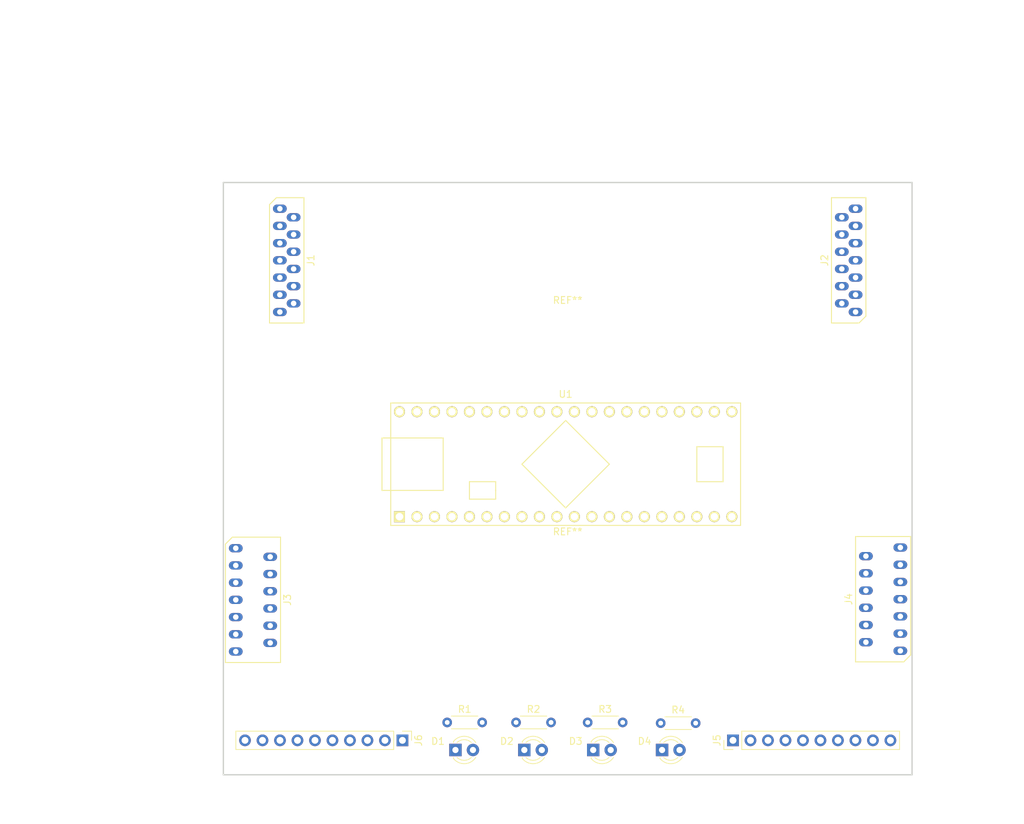
<source format=kicad_pcb>
(kicad_pcb (version 20171130) (host pcbnew "(5.0.2)-1")

  (general
    (thickness 1.6)
    (drawings 15)
    (tracks 0)
    (zones 0)
    (modules 17)
    (nets 61)
  )

  (page A4)
  (layers
    (0 F.Cu signal)
    (31 B.Cu signal)
    (32 B.Adhes user)
    (33 F.Adhes user)
    (34 B.Paste user)
    (35 F.Paste user)
    (36 B.SilkS user)
    (37 F.SilkS user)
    (38 B.Mask user)
    (39 F.Mask user)
    (40 Dwgs.User user)
    (41 Cmts.User user)
    (42 Eco1.User user)
    (43 Eco2.User user)
    (44 Edge.Cuts user)
    (45 Margin user)
    (46 B.CrtYd user)
    (47 F.CrtYd user)
    (48 B.Fab user)
    (49 F.Fab user)
  )

  (setup
    (last_trace_width 0.25)
    (trace_clearance 0.2)
    (zone_clearance 0.508)
    (zone_45_only no)
    (trace_min 0.2)
    (segment_width 0.2)
    (edge_width 0.2)
    (via_size 0.8)
    (via_drill 0.4)
    (via_min_size 0.4)
    (via_min_drill 0.3)
    (uvia_size 0.3)
    (uvia_drill 0.1)
    (uvias_allowed no)
    (uvia_min_size 0.2)
    (uvia_min_drill 0.1)
    (pcb_text_width 0.3)
    (pcb_text_size 1.5 1.5)
    (mod_edge_width 0.15)
    (mod_text_size 1 1)
    (mod_text_width 0.15)
    (pad_size 1.524 1.524)
    (pad_drill 0.762)
    (pad_to_mask_clearance 0.2)
    (solder_mask_min_width 0.25)
    (aux_axis_origin 0 0)
    (visible_elements 7FFFF7FF)
    (pcbplotparams
      (layerselection 0x010fc_ffffffff)
      (usegerberextensions false)
      (usegerberattributes false)
      (usegerberadvancedattributes false)
      (creategerberjobfile false)
      (excludeedgelayer true)
      (linewidth 0.100000)
      (plotframeref false)
      (viasonmask false)
      (mode 1)
      (useauxorigin false)
      (hpglpennumber 1)
      (hpglpenspeed 20)
      (hpglpendiameter 15.000000)
      (psnegative false)
      (psa4output false)
      (plotreference true)
      (plotvalue true)
      (plotinvisibletext false)
      (padsonsilk false)
      (subtractmaskfromsilk false)
      (outputformat 1)
      (mirror false)
      (drillshape 1)
      (scaleselection 1)
      (outputdirectory ""))
  )

  (net 0 "")
  (net 1 "Net-(D1-Pad1)")
  (net 2 +5V)
  (net 3 "Net-(D2-Pad1)")
  (net 4 "Net-(D3-Pad1)")
  (net 5 "Net-(D4-Pad1)")
  (net 6 /PC5)
  (net 7 /PC6)
  (net 8 /PB5)
  (net 9 /PC4)
  (net 10 /PB3)
  (net 11 /PB4)
  (net 12 "Net-(J1-Pad2)")
  (net 13 "Net-(J1-Pad1)")
  (net 14 /PB0)
  (net 15 /PB2)
  (net 16 /PB1)
  (net 17 "Net-(J2-Pad9)")
  (net 18 "Net-(J2-Pad12)")
  (net 19 "Net-(J2-Pad13)")
  (net 20 /PC2)
  (net 21 /PC1)
  (net 22 "Net-(J3-Pad11)")
  (net 23 /PC3)
  (net 24 "Net-(J3-Pad5)")
  (net 25 /PD7)
  (net 26 /PC0)
  (net 27 /PD6)
  (net 28 /PD5)
  (net 29 /PD4)
  (net 30 /PD3)
  (net 31 "Net-(J4-Pad5)")
  (net 32 /PD2)
  (net 33 /PD1)
  (net 34 /PD0)
  (net 35 "Net-(J4-Pad10)")
  (net 36 "Net-(J5-Pad10)")
  (net 37 "Net-(J5-Pad9)")
  (net 38 /PB6)
  (net 39 "Net-(J5-Pad2)")
  (net 40 "Net-(J5-Pad1)")
  (net 41 "Net-(J6-Pad6)")
  (net 42 "Net-(J6-Pad7)")
  (net 43 "Net-(J6-Pad9)")
  (net 44 "Net-(J6-Pad10)")
  (net 45 /PF3)
  (net 46 /PF2)
  (net 47 /PF1)
  (net 48 /PF0)
  (net 49 /PE0)
  (net 50 /PB7)
  (net 51 GND)
  (net 52 /PE1)
  (net 53 /PC7)
  (net 54 /PF7)
  (net 55 /PF6)
  (net 56 /PF5)
  (net 57 /PF4)
  (net 58 "Net-(U1-Pad32)")
  (net 59 /PE6)
  (net 60 /PE7)

  (net_class Default "This is the default net class."
    (clearance 0.2)
    (trace_width 0.25)
    (via_dia 0.8)
    (via_drill 0.4)
    (uvia_dia 0.3)
    (uvia_drill 0.1)
    (add_net +5V)
    (add_net /PB0)
    (add_net /PB1)
    (add_net /PB2)
    (add_net /PB3)
    (add_net /PB4)
    (add_net /PB5)
    (add_net /PB6)
    (add_net /PB7)
    (add_net /PC0)
    (add_net /PC1)
    (add_net /PC2)
    (add_net /PC3)
    (add_net /PC4)
    (add_net /PC5)
    (add_net /PC6)
    (add_net /PC7)
    (add_net /PD0)
    (add_net /PD1)
    (add_net /PD2)
    (add_net /PD3)
    (add_net /PD4)
    (add_net /PD5)
    (add_net /PD6)
    (add_net /PD7)
    (add_net /PE0)
    (add_net /PE1)
    (add_net /PE6)
    (add_net /PE7)
    (add_net /PF0)
    (add_net /PF1)
    (add_net /PF2)
    (add_net /PF3)
    (add_net /PF4)
    (add_net /PF5)
    (add_net /PF6)
    (add_net /PF7)
    (add_net GND)
    (add_net "Net-(D1-Pad1)")
    (add_net "Net-(D2-Pad1)")
    (add_net "Net-(D3-Pad1)")
    (add_net "Net-(D4-Pad1)")
    (add_net "Net-(J1-Pad1)")
    (add_net "Net-(J1-Pad2)")
    (add_net "Net-(J2-Pad12)")
    (add_net "Net-(J2-Pad13)")
    (add_net "Net-(J2-Pad9)")
    (add_net "Net-(J3-Pad11)")
    (add_net "Net-(J3-Pad5)")
    (add_net "Net-(J4-Pad10)")
    (add_net "Net-(J4-Pad5)")
    (add_net "Net-(J5-Pad1)")
    (add_net "Net-(J5-Pad10)")
    (add_net "Net-(J5-Pad2)")
    (add_net "Net-(J5-Pad9)")
    (add_net "Net-(J6-Pad10)")
    (add_net "Net-(J6-Pad6)")
    (add_net "Net-(J6-Pad7)")
    (add_net "Net-(J6-Pad9)")
    (add_net "Net-(U1-Pad32)")
  )

  (module kinesisMod_board_connectors:Molex_0039532135 (layer F.Cu) (tedit 0) (tstamp 5C7188EC)
    (at 109.2 61.3 270)
    (path /5C6B2F98)
    (fp_text reference J1 (at 0 -3.5 270) (layer F.SilkS)
      (effects (font (size 1 1) (thickness 0.15)))
    )
    (fp_text value Conn_01x13 (at 0 3.5 270) (layer F.Fab)
      (effects (font (size 1 1) (thickness 0.15)))
    )
    (fp_line (start -8.7 2.6) (end -8.7 -2.6) (layer F.CrtYd) (width 0.05))
    (fp_line (start 8.7 2.6) (end -8.7 2.6) (layer F.CrtYd) (width 0.05))
    (fp_line (start 8.7 -2.6) (end 8.7 2.6) (layer F.CrtYd) (width 0.05))
    (fp_line (start -8.7 -2.6) (end 8.7 -2.6) (layer F.CrtYd) (width 0.05))
    (fp_line (start 9.1 2.5) (end -8.1 2.5) (layer F.SilkS) (width 0.15))
    (fp_line (start 9.1 -2.5) (end 9.1 2.5) (layer F.SilkS) (width 0.15))
    (fp_line (start -9.1 -2.5) (end 9.1 -2.5) (layer F.SilkS) (width 0.15))
    (fp_line (start -9.1 1.5) (end -9.1 -2.5) (layer F.SilkS) (width 0.15))
    (fp_line (start -8.1 2.5) (end -9.1 1.5) (layer F.SilkS) (width 0.15))
    (pad 13 thru_hole oval (at 7.5 1 270) (size 1.2 2) (drill 0.8) (layers *.Cu *.Mask)
      (net 6 /PC5))
    (pad 12 thru_hole oval (at 6.25 -1 270) (size 1.2 2) (drill 0.8) (layers *.Cu *.Mask)
      (net 7 /PC6))
    (pad 11 thru_hole oval (at 5 1 270) (size 1.2 2) (drill 0.8) (layers *.Cu *.Mask)
      (net 8 /PB5))
    (pad 10 thru_hole oval (at 3.75 -1 270) (size 1.2 2) (drill 0.8) (layers *.Cu *.Mask)
      (net 8 /PB5))
    (pad 9 thru_hole oval (at 2.5 1 270) (size 1.2 2) (drill 0.8) (layers *.Cu *.Mask)
      (net 9 /PC4))
    (pad 8 thru_hole oval (at 1.25 -1 270) (size 1.2 2) (drill 0.8) (layers *.Cu *.Mask)
      (net 10 /PB3))
    (pad 7 thru_hole oval (at 0 1 270) (size 1.2 2) (drill 0.8) (layers *.Cu *.Mask)
      (net 7 /PC6))
    (pad 6 thru_hole oval (at -1.25 -1 270) (size 1.2 2) (drill 0.8) (layers *.Cu *.Mask)
      (net 6 /PC5))
    (pad 5 thru_hole oval (at -2.5 1 270) (size 1.2 2) (drill 0.8) (layers *.Cu *.Mask)
      (net 11 /PB4))
    (pad 4 thru_hole oval (at -3.75 -1 270) (size 1.2 2) (drill 0.8) (layers *.Cu *.Mask)
      (net 7 /PC6))
    (pad 3 thru_hole oval (at -5 1 270) (size 1.2 2) (drill 0.8) (layers *.Cu *.Mask)
      (net 6 /PC5))
    (pad 2 thru_hole oval (at -6.25 -1 270) (size 1.2 2) (drill 0.8) (layers *.Cu *.Mask)
      (net 12 "Net-(J1-Pad2)"))
    (pad 1 thru_hole oval (at -7.5 1 270) (size 1.2 2) (drill 0.8) (layers *.Cu *.Mask)
      (net 13 "Net-(J1-Pad1)"))
  )

  (module kinesisMod_board_connectors:Molex_0039532135 (layer F.Cu) (tedit 0) (tstamp 5C718906)
    (at 190.8 61.3 90)
    (path /5C6B2F6E)
    (fp_text reference J2 (at 0 -3.5 90) (layer F.SilkS)
      (effects (font (size 1 1) (thickness 0.15)))
    )
    (fp_text value Conn_01x13 (at 0 3.5 90) (layer F.Fab)
      (effects (font (size 1 1) (thickness 0.15)))
    )
    (fp_line (start -8.1 2.5) (end -9.1 1.5) (layer F.SilkS) (width 0.15))
    (fp_line (start -9.1 1.5) (end -9.1 -2.5) (layer F.SilkS) (width 0.15))
    (fp_line (start -9.1 -2.5) (end 9.1 -2.5) (layer F.SilkS) (width 0.15))
    (fp_line (start 9.1 -2.5) (end 9.1 2.5) (layer F.SilkS) (width 0.15))
    (fp_line (start 9.1 2.5) (end -8.1 2.5) (layer F.SilkS) (width 0.15))
    (fp_line (start -8.7 -2.6) (end 8.7 -2.6) (layer F.CrtYd) (width 0.05))
    (fp_line (start 8.7 -2.6) (end 8.7 2.6) (layer F.CrtYd) (width 0.05))
    (fp_line (start 8.7 2.6) (end -8.7 2.6) (layer F.CrtYd) (width 0.05))
    (fp_line (start -8.7 2.6) (end -8.7 -2.6) (layer F.CrtYd) (width 0.05))
    (pad 1 thru_hole oval (at -7.5 1 90) (size 1.2 2) (drill 0.8) (layers *.Cu *.Mask)
      (net 14 /PB0))
    (pad 2 thru_hole oval (at -6.25 -1 90) (size 1.2 2) (drill 0.8) (layers *.Cu *.Mask)
      (net 9 /PC4))
    (pad 3 thru_hole oval (at -5 1 90) (size 1.2 2) (drill 0.8) (layers *.Cu *.Mask)
      (net 6 /PC5))
    (pad 4 thru_hole oval (at -3.75 -1 90) (size 1.2 2) (drill 0.8) (layers *.Cu *.Mask)
      (net 7 /PC6))
    (pad 5 thru_hole oval (at -2.5 1 90) (size 1.2 2) (drill 0.8) (layers *.Cu *.Mask)
      (net 15 /PB2))
    (pad 6 thru_hole oval (at -1.25 -1 90) (size 1.2 2) (drill 0.8) (layers *.Cu *.Mask)
      (net 6 /PC5))
    (pad 7 thru_hole oval (at 0 1 90) (size 1.2 2) (drill 0.8) (layers *.Cu *.Mask)
      (net 7 /PC6))
    (pad 8 thru_hole oval (at 1.25 -1 90) (size 1.2 2) (drill 0.8) (layers *.Cu *.Mask)
      (net 16 /PB1))
    (pad 9 thru_hole oval (at 2.5 1 90) (size 1.2 2) (drill 0.8) (layers *.Cu *.Mask)
      (net 17 "Net-(J2-Pad9)"))
    (pad 10 thru_hole oval (at 3.75 -1 90) (size 1.2 2) (drill 0.8) (layers *.Cu *.Mask)
      (net 6 /PC5))
    (pad 11 thru_hole oval (at 5 1 90) (size 1.2 2) (drill 0.8) (layers *.Cu *.Mask)
      (net 7 /PC6))
    (pad 12 thru_hole oval (at 6.25 -1 90) (size 1.2 2) (drill 0.8) (layers *.Cu *.Mask)
      (net 18 "Net-(J2-Pad12)"))
    (pad 13 thru_hole oval (at 7.5 1 90) (size 1.2 2) (drill 0.8) (layers *.Cu *.Mask)
      (net 19 "Net-(J2-Pad13)"))
  )

  (module kinesisMod_board_connectors:Molex_039532134 (layer F.Cu) (tedit 0) (tstamp 5C718920)
    (at 104.3 110.6 270)
    (path /5C6B2DF8)
    (fp_text reference J3 (at 0 -5 270) (layer F.SilkS)
      (effects (font (size 1 1) (thickness 0.15)))
    )
    (fp_text value Conn_01x13 (at 0 5 270) (layer F.Fab)
      (effects (font (size 1 1) (thickness 0.15)))
    )
    (fp_line (start -8.7 4.1) (end -8.7 -4.1) (layer F.CrtYd) (width 0.05))
    (fp_line (start 8.7 4.1) (end -8.7 4.1) (layer F.CrtYd) (width 0.05))
    (fp_line (start 8.7 -4.1) (end 8.7 4.1) (layer F.CrtYd) (width 0.05))
    (fp_line (start -8.7 -4.1) (end 8.7 -4.1) (layer F.CrtYd) (width 0.05))
    (fp_line (start 9.1 4) (end -8.1 4) (layer F.SilkS) (width 0.15))
    (fp_line (start 9.1 -4) (end 9.1 4) (layer F.SilkS) (width 0.15))
    (fp_line (start -9.1 -4) (end 9.1 -4) (layer F.SilkS) (width 0.15))
    (fp_line (start -9.1 3) (end -9.1 -4) (layer F.SilkS) (width 0.15))
    (fp_line (start -8.1 4) (end -9.1 3) (layer F.SilkS) (width 0.15))
    (pad 13 thru_hole oval (at 7.5 2.5 270) (size 1.2 2) (drill 0.8) (layers *.Cu *.Mask)
      (net 20 /PC2))
    (pad 12 thru_hole oval (at 6.25 -2.5 270) (size 1.2 2) (drill 0.8) (layers *.Cu *.Mask)
      (net 21 /PC1))
    (pad 11 thru_hole oval (at 5 2.5 270) (size 1.2 2) (drill 0.8) (layers *.Cu *.Mask)
      (net 22 "Net-(J3-Pad11)"))
    (pad 10 thru_hole oval (at 3.75 -2.5 270) (size 1.2 2) (drill 0.8) (layers *.Cu *.Mask)
      (net 14 /PB0))
    (pad 9 thru_hole oval (at 2.5 2.5 270) (size 1.2 2) (drill 0.8) (layers *.Cu *.Mask)
      (net 16 /PB1))
    (pad 8 thru_hole oval (at 1.25 -2.5 270) (size 1.2 2) (drill 0.8) (layers *.Cu *.Mask)
      (net 15 /PB2))
    (pad 7 thru_hole oval (at 0 2.5 270) (size 1.2 2) (drill 0.8) (layers *.Cu *.Mask)
      (net 10 /PB3))
    (pad 6 thru_hole oval (at -1.25 -2.5 270) (size 1.2 2) (drill 0.8) (layers *.Cu *.Mask)
      (net 23 /PC3))
    (pad 5 thru_hole oval (at -2.5 2.5 270) (size 1.2 2) (drill 0.8) (layers *.Cu *.Mask)
      (net 24 "Net-(J3-Pad5)"))
    (pad 4 thru_hole oval (at -3.75 -2.5 270) (size 1.2 2) (drill 0.8) (layers *.Cu *.Mask)
      (net 11 /PB4))
    (pad 3 thru_hole oval (at -5 2.5 270) (size 1.2 2) (drill 0.8) (layers *.Cu *.Mask)
      (net 25 /PD7))
    (pad 2 thru_hole oval (at -6.25 -2.5 270) (size 1.2 2) (drill 0.8) (layers *.Cu *.Mask)
      (net 26 /PC0))
    (pad 1 thru_hole oval (at -7.5 2.5 270) (size 1.2 2) (drill 0.8) (layers *.Cu *.Mask)
      (net 27 /PD6))
  )

  (module kinesisMod_board_connectors:Molex_039532134 (layer F.Cu) (tedit 0) (tstamp 5C71893A)
    (at 195.8 110.5 90)
    (path /5C6B2D21)
    (fp_text reference J4 (at 0 -5 90) (layer F.SilkS)
      (effects (font (size 1 1) (thickness 0.15)))
    )
    (fp_text value Conn_01x13 (at 0 5 90) (layer F.Fab)
      (effects (font (size 1 1) (thickness 0.15)))
    )
    (fp_line (start -8.1 4) (end -9.1 3) (layer F.SilkS) (width 0.15))
    (fp_line (start -9.1 3) (end -9.1 -4) (layer F.SilkS) (width 0.15))
    (fp_line (start -9.1 -4) (end 9.1 -4) (layer F.SilkS) (width 0.15))
    (fp_line (start 9.1 -4) (end 9.1 4) (layer F.SilkS) (width 0.15))
    (fp_line (start 9.1 4) (end -8.1 4) (layer F.SilkS) (width 0.15))
    (fp_line (start -8.7 -4.1) (end 8.7 -4.1) (layer F.CrtYd) (width 0.05))
    (fp_line (start 8.7 -4.1) (end 8.7 4.1) (layer F.CrtYd) (width 0.05))
    (fp_line (start 8.7 4.1) (end -8.7 4.1) (layer F.CrtYd) (width 0.05))
    (fp_line (start -8.7 4.1) (end -8.7 -4.1) (layer F.CrtYd) (width 0.05))
    (pad 1 thru_hole oval (at -7.5 2.5 90) (size 1.2 2) (drill 0.8) (layers *.Cu *.Mask)
      (net 14 /PB0))
    (pad 2 thru_hole oval (at -6.25 -2.5 90) (size 1.2 2) (drill 0.8) (layers *.Cu *.Mask)
      (net 28 /PD5))
    (pad 3 thru_hole oval (at -5 2.5 90) (size 1.2 2) (drill 0.8) (layers *.Cu *.Mask)
      (net 29 /PD4))
    (pad 4 thru_hole oval (at -3.75 -2.5 90) (size 1.2 2) (drill 0.8) (layers *.Cu *.Mask)
      (net 30 /PD3))
    (pad 5 thru_hole oval (at -2.5 2.5 90) (size 1.2 2) (drill 0.8) (layers *.Cu *.Mask)
      (net 31 "Net-(J4-Pad5)"))
    (pad 6 thru_hole oval (at -1.25 -2.5 90) (size 1.2 2) (drill 0.8) (layers *.Cu *.Mask)
      (net 32 /PD2))
    (pad 7 thru_hole oval (at 0 2.5 90) (size 1.2 2) (drill 0.8) (layers *.Cu *.Mask)
      (net 33 /PD1))
    (pad 8 thru_hole oval (at 1.25 -2.5 90) (size 1.2 2) (drill 0.8) (layers *.Cu *.Mask)
      (net 34 /PD0))
    (pad 9 thru_hole oval (at 2.5 2.5 90) (size 1.2 2) (drill 0.8) (layers *.Cu *.Mask)
      (net 16 /PB1))
    (pad 10 thru_hole oval (at 3.75 -2.5 90) (size 1.2 2) (drill 0.8) (layers *.Cu *.Mask)
      (net 35 "Net-(J4-Pad10)"))
    (pad 11 thru_hole oval (at 5 2.5 90) (size 1.2 2) (drill 0.8) (layers *.Cu *.Mask)
      (net 15 /PB2))
    (pad 12 thru_hole oval (at 6.25 -2.5 90) (size 1.2 2) (drill 0.8) (layers *.Cu *.Mask)
      (net 10 /PB3))
    (pad 13 thru_hole oval (at 7.5 2.5 90) (size 1.2 2) (drill 0.8) (layers *.Cu *.Mask)
      (net 11 /PB4))
  )

  (module Pin_Headers:Pin_Header_Straight_1x10_Pitch2.54mm (layer F.Cu) (tedit 58CD4EC1) (tstamp 5C718957)
    (at 174 131 90)
    (descr "Through hole straight pin header, 1x10, 2.54mm pitch, single row")
    (tags "Through hole pin header THT 1x10 2.54mm single row")
    (path /5C6B2F28)
    (fp_text reference J5 (at 0 -2.33 90) (layer F.SilkS)
      (effects (font (size 1 1) (thickness 0.15)))
    )
    (fp_text value Conn_01x10 (at 0 25.19 90) (layer F.Fab)
      (effects (font (size 1 1) (thickness 0.15)))
    )
    (fp_text user %R (at 0 -2.33 90) (layer F.Fab)
      (effects (font (size 1 1) (thickness 0.15)))
    )
    (fp_line (start 1.8 -1.8) (end -1.8 -1.8) (layer F.CrtYd) (width 0.05))
    (fp_line (start 1.8 24.65) (end 1.8 -1.8) (layer F.CrtYd) (width 0.05))
    (fp_line (start -1.8 24.65) (end 1.8 24.65) (layer F.CrtYd) (width 0.05))
    (fp_line (start -1.8 -1.8) (end -1.8 24.65) (layer F.CrtYd) (width 0.05))
    (fp_line (start -1.33 -1.33) (end 0 -1.33) (layer F.SilkS) (width 0.12))
    (fp_line (start -1.33 0) (end -1.33 -1.33) (layer F.SilkS) (width 0.12))
    (fp_line (start 1.33 1.27) (end -1.33 1.27) (layer F.SilkS) (width 0.12))
    (fp_line (start 1.33 24.19) (end 1.33 1.27) (layer F.SilkS) (width 0.12))
    (fp_line (start -1.33 24.19) (end 1.33 24.19) (layer F.SilkS) (width 0.12))
    (fp_line (start -1.33 1.27) (end -1.33 24.19) (layer F.SilkS) (width 0.12))
    (fp_line (start 1.27 -1.27) (end -1.27 -1.27) (layer F.Fab) (width 0.1))
    (fp_line (start 1.27 24.13) (end 1.27 -1.27) (layer F.Fab) (width 0.1))
    (fp_line (start -1.27 24.13) (end 1.27 24.13) (layer F.Fab) (width 0.1))
    (fp_line (start -1.27 -1.27) (end -1.27 24.13) (layer F.Fab) (width 0.1))
    (pad 10 thru_hole oval (at 0 22.86 90) (size 1.7 1.7) (drill 1) (layers *.Cu *.Mask)
      (net 36 "Net-(J5-Pad10)"))
    (pad 9 thru_hole oval (at 0 20.32 90) (size 1.7 1.7) (drill 1) (layers *.Cu *.Mask)
      (net 37 "Net-(J5-Pad9)"))
    (pad 8 thru_hole oval (at 0 17.78 90) (size 1.7 1.7) (drill 1) (layers *.Cu *.Mask)
      (net 8 /PB5))
    (pad 7 thru_hole oval (at 0 15.24 90) (size 1.7 1.7) (drill 1) (layers *.Cu *.Mask)
      (net 38 /PB6))
    (pad 6 thru_hole oval (at 0 12.7 90) (size 1.7 1.7) (drill 1) (layers *.Cu *.Mask)
      (net 21 /PC1))
    (pad 5 thru_hole oval (at 0 10.16 90) (size 1.7 1.7) (drill 1) (layers *.Cu *.Mask)
      (net 26 /PC0))
    (pad 4 thru_hole oval (at 0 7.62 90) (size 1.7 1.7) (drill 1) (layers *.Cu *.Mask)
      (net 25 /PD7))
    (pad 3 thru_hole oval (at 0 5.08 90) (size 1.7 1.7) (drill 1) (layers *.Cu *.Mask)
      (net 27 /PD6))
    (pad 2 thru_hole oval (at 0 2.54 90) (size 1.7 1.7) (drill 1) (layers *.Cu *.Mask)
      (net 39 "Net-(J5-Pad2)"))
    (pad 1 thru_hole rect (at 0 0 90) (size 1.7 1.7) (drill 1) (layers *.Cu *.Mask)
      (net 40 "Net-(J5-Pad1)"))
    (model ${KISYS3DMOD}/Pin_Headers.3dshapes/Pin_Header_Straight_1x10_Pitch2.54mm.wrl
      (offset (xyz 0 -11.42999982833862 0))
      (scale (xyz 1 1 1))
      (rotate (xyz 0 0 90))
    )
  )

  (module Pin_Headers:Pin_Header_Straight_1x10_Pitch2.54mm (layer F.Cu) (tedit 58CD4EC1) (tstamp 5C718974)
    (at 126 131 270)
    (descr "Through hole straight pin header, 1x10, 2.54mm pitch, single row")
    (tags "Through hole pin header THT 1x10 2.54mm single row")
    (path /5C6B2ED2)
    (fp_text reference J6 (at 0 -2.33 270) (layer F.SilkS)
      (effects (font (size 1 1) (thickness 0.15)))
    )
    (fp_text value Conn_01x10 (at 0 25.19 270) (layer F.Fab)
      (effects (font (size 1 1) (thickness 0.15)))
    )
    (fp_line (start -1.27 -1.27) (end -1.27 24.13) (layer F.Fab) (width 0.1))
    (fp_line (start -1.27 24.13) (end 1.27 24.13) (layer F.Fab) (width 0.1))
    (fp_line (start 1.27 24.13) (end 1.27 -1.27) (layer F.Fab) (width 0.1))
    (fp_line (start 1.27 -1.27) (end -1.27 -1.27) (layer F.Fab) (width 0.1))
    (fp_line (start -1.33 1.27) (end -1.33 24.19) (layer F.SilkS) (width 0.12))
    (fp_line (start -1.33 24.19) (end 1.33 24.19) (layer F.SilkS) (width 0.12))
    (fp_line (start 1.33 24.19) (end 1.33 1.27) (layer F.SilkS) (width 0.12))
    (fp_line (start 1.33 1.27) (end -1.33 1.27) (layer F.SilkS) (width 0.12))
    (fp_line (start -1.33 0) (end -1.33 -1.33) (layer F.SilkS) (width 0.12))
    (fp_line (start -1.33 -1.33) (end 0 -1.33) (layer F.SilkS) (width 0.12))
    (fp_line (start -1.8 -1.8) (end -1.8 24.65) (layer F.CrtYd) (width 0.05))
    (fp_line (start -1.8 24.65) (end 1.8 24.65) (layer F.CrtYd) (width 0.05))
    (fp_line (start 1.8 24.65) (end 1.8 -1.8) (layer F.CrtYd) (width 0.05))
    (fp_line (start 1.8 -1.8) (end -1.8 -1.8) (layer F.CrtYd) (width 0.05))
    (fp_text user %R (at 0 -2.33 270) (layer F.Fab)
      (effects (font (size 1 1) (thickness 0.15)))
    )
    (pad 1 thru_hole rect (at 0 0 270) (size 1.7 1.7) (drill 1) (layers *.Cu *.Mask)
      (net 29 /PD4))
    (pad 2 thru_hole oval (at 0 2.54 270) (size 1.7 1.7) (drill 1) (layers *.Cu *.Mask)
      (net 32 /PD2))
    (pad 3 thru_hole oval (at 0 5.08 270) (size 1.7 1.7) (drill 1) (layers *.Cu *.Mask)
      (net 28 /PD5))
    (pad 4 thru_hole oval (at 0 7.62 270) (size 1.7 1.7) (drill 1) (layers *.Cu *.Mask)
      (net 38 /PB6))
    (pad 5 thru_hole oval (at 0 10.16 270) (size 1.7 1.7) (drill 1) (layers *.Cu *.Mask)
      (net 8 /PB5))
    (pad 6 thru_hole oval (at 0 12.7 270) (size 1.7 1.7) (drill 1) (layers *.Cu *.Mask)
      (net 41 "Net-(J6-Pad6)"))
    (pad 7 thru_hole oval (at 0 15.24 270) (size 1.7 1.7) (drill 1) (layers *.Cu *.Mask)
      (net 42 "Net-(J6-Pad7)"))
    (pad 8 thru_hole oval (at 0 17.78 270) (size 1.7 1.7) (drill 1) (layers *.Cu *.Mask)
      (net 30 /PD3))
    (pad 9 thru_hole oval (at 0 20.32 270) (size 1.7 1.7) (drill 1) (layers *.Cu *.Mask)
      (net 43 "Net-(J6-Pad9)"))
    (pad 10 thru_hole oval (at 0 22.86 270) (size 1.7 1.7) (drill 1) (layers *.Cu *.Mask)
      (net 44 "Net-(J6-Pad10)"))
    (model ${KISYS3DMOD}/Pin_Headers.3dshapes/Pin_Header_Straight_1x10_Pitch2.54mm.wrl
      (offset (xyz 0 -11.42999982833862 0))
      (scale (xyz 1 1 1))
      (rotate (xyz 0 0 90))
    )
  )

  (module teensy:Teensy++_2_0_40p (layer F.Cu) (tedit 5C6B1367) (tstamp 5C7189F9)
    (at 149.7 90.9)
    (descr 20)
    (path /5C6B5EC7)
    (fp_text reference U1 (at 0 -10.16) (layer F.SilkS)
      (effects (font (size 1 1) (thickness 0.15)))
    )
    (fp_text value Teensy++_2_0 (at 0 10.16) (layer F.Fab)
      (effects (font (size 1 1) (thickness 0.15)))
    )
    (fp_line (start -17.78 3.81) (end -17.78 -3.81) (layer F.SilkS) (width 0.15))
    (fp_line (start -26.67 -3.81) (end -26.67 3.81) (layer F.SilkS) (width 0.15))
    (fp_line (start -17.78 -3.81) (end -26.67 -3.81) (layer F.SilkS) (width 0.15))
    (fp_line (start -17.78 3.81) (end -26.67 3.81) (layer F.SilkS) (width 0.15))
    (fp_line (start -13.97 5.08) (end -10.16 5.08) (layer F.SilkS) (width 0.15))
    (fp_line (start -10.16 5.08) (end -10.16 3.81) (layer F.SilkS) (width 0.15))
    (fp_line (start -10.16 3.81) (end -10.16 2.54) (layer F.SilkS) (width 0.15))
    (fp_line (start -10.16 2.54) (end -13.97 2.54) (layer F.SilkS) (width 0.15))
    (fp_line (start -13.97 2.54) (end -13.97 5.08) (layer F.SilkS) (width 0.15))
    (fp_line (start 22.86 2.54) (end 19.05 2.54) (layer F.SilkS) (width 0.15))
    (fp_line (start 19.05 2.54) (end 19.05 -2.54) (layer F.SilkS) (width 0.15))
    (fp_line (start 19.05 -2.54) (end 22.86 -2.54) (layer F.SilkS) (width 0.15))
    (fp_line (start 22.86 -2.54) (end 22.86 2.54) (layer F.SilkS) (width 0.15))
    (fp_line (start 0 6.35) (end -6.35 0) (layer F.SilkS) (width 0.15))
    (fp_line (start -6.35 0) (end 0 -6.35) (layer F.SilkS) (width 0.15))
    (fp_line (start 0 -6.35) (end 6.35 0) (layer F.SilkS) (width 0.15))
    (fp_line (start 6.35 0) (end 0 6.35) (layer F.SilkS) (width 0.15))
    (fp_line (start -25.4 -8.89) (end 25.4 -8.89) (layer F.SilkS) (width 0.15))
    (fp_line (start 25.4 -8.89) (end 25.4 8.89) (layer F.SilkS) (width 0.15))
    (fp_line (start 25.4 8.89) (end -25.4 8.89) (layer F.SilkS) (width 0.15))
    (fp_line (start -25.4 8.89) (end -25.4 -8.89) (layer F.SilkS) (width 0.15))
    (pad 9 thru_hole circle (at -3.81 7.62) (size 1.6 1.6) (drill 1.1) (layers *.Cu *.Mask F.SilkS)
      (net 27 /PD6))
    (pad 10 thru_hole circle (at -1.27 7.62) (size 1.6 1.6) (drill 1.1) (layers *.Cu *.Mask F.SilkS)
      (net 25 /PD7))
    (pad 11 thru_hole circle (at 1.27 7.62) (size 1.6 1.6) (drill 1.1) (layers *.Cu *.Mask F.SilkS)
      (net 49 /PE0))
    (pad 8 thru_hole circle (at -6.35 7.62) (size 1.6 1.6) (drill 1.1) (layers *.Cu *.Mask F.SilkS)
      (net 28 /PD5))
    (pad 7 thru_hole circle (at -8.89 7.62) (size 1.6 1.6) (drill 1.1) (layers *.Cu *.Mask F.SilkS)
      (net 29 /PD4))
    (pad 6 thru_hole circle (at -11.43 7.62) (size 1.6 1.6) (drill 1.1) (layers *.Cu *.Mask F.SilkS)
      (net 30 /PD3))
    (pad 5 thru_hole circle (at -13.97 7.62) (size 1.6 1.6) (drill 1.1) (layers *.Cu *.Mask F.SilkS)
      (net 32 /PD2))
    (pad 4 thru_hole circle (at -16.51 7.62) (size 1.6 1.6) (drill 1.1) (layers *.Cu *.Mask F.SilkS)
      (net 33 /PD1))
    (pad 3 thru_hole circle (at -19.05 7.62) (size 1.6 1.6) (drill 1.1) (layers *.Cu *.Mask F.SilkS)
      (net 34 /PD0))
    (pad 2 thru_hole circle (at -21.59 7.62) (size 1.6 1.6) (drill 1.1) (layers *.Cu *.Mask F.SilkS)
      (net 50 /PB7))
    (pad 1 thru_hole rect (at -24.13 7.62) (size 1.6 1.6) (drill 1.1) (layers *.Cu *.Mask F.SilkS)
      (net 51 GND))
    (pad 12 thru_hole circle (at 3.81 7.62) (size 1.6 1.6) (drill 1.1) (layers *.Cu *.Mask F.SilkS)
      (net 52 /PE1))
    (pad 13 thru_hole circle (at 6.35 7.62) (size 1.6 1.6) (drill 1.1) (layers *.Cu *.Mask F.SilkS)
      (net 26 /PC0))
    (pad 14 thru_hole circle (at 8.89 7.62) (size 1.6 1.6) (drill 1.1) (layers *.Cu *.Mask F.SilkS)
      (net 21 /PC1))
    (pad 15 thru_hole circle (at 11.43 7.62) (size 1.6 1.6) (drill 1.1) (layers *.Cu *.Mask F.SilkS)
      (net 20 /PC2))
    (pad 16 thru_hole circle (at 13.97 7.62) (size 1.6 1.6) (drill 1.1) (layers *.Cu *.Mask F.SilkS)
      (net 23 /PC3))
    (pad 17 thru_hole circle (at 16.51 7.62) (size 1.6 1.6) (drill 1.1) (layers *.Cu *.Mask F.SilkS)
      (net 9 /PC4))
    (pad 18 thru_hole circle (at 19.05 7.62) (size 1.6 1.6) (drill 1.1) (layers *.Cu *.Mask F.SilkS)
      (net 6 /PC5))
    (pad 19 thru_hole circle (at 21.59 7.62) (size 1.6 1.6) (drill 1.1) (layers *.Cu *.Mask F.SilkS)
      (net 7 /PC6))
    (pad 20 thru_hole circle (at 24.13 7.62) (size 1.6 1.6) (drill 1.1) (layers *.Cu *.Mask F.SilkS)
      (net 53 /PC7))
    (pad 40 thru_hole circle (at 24.13 -7.62) (size 1.6 1.6) (drill 1.1) (layers *.Cu *.Mask F.SilkS)
      (net 54 /PF7))
    (pad 39 thru_hole circle (at 21.59 -7.62) (size 1.6 1.6) (drill 1.1) (layers *.Cu *.Mask F.SilkS)
      (net 55 /PF6))
    (pad 38 thru_hole circle (at 19.05 -7.62) (size 1.6 1.6) (drill 1.1) (layers *.Cu *.Mask F.SilkS)
      (net 56 /PF5))
    (pad 37 thru_hole circle (at 16.51 -7.62) (size 1.6 1.6) (drill 1.1) (layers *.Cu *.Mask F.SilkS)
      (net 57 /PF4))
    (pad 36 thru_hole circle (at 13.97 -7.62) (size 1.6 1.6) (drill 1.1) (layers *.Cu *.Mask F.SilkS)
      (net 45 /PF3))
    (pad 35 thru_hole circle (at 11.43 -7.62) (size 1.6 1.6) (drill 1.1) (layers *.Cu *.Mask F.SilkS)
      (net 46 /PF2))
    (pad 34 thru_hole circle (at 8.89 -7.62) (size 1.6 1.6) (drill 1.1) (layers *.Cu *.Mask F.SilkS)
      (net 47 /PF1))
    (pad 33 thru_hole circle (at 6.35 -7.62) (size 1.6 1.6) (drill 1.1) (layers *.Cu *.Mask F.SilkS)
      (net 48 /PF0))
    (pad 32 thru_hole circle (at 3.81 -7.62) (size 1.6 1.6) (drill 1.1) (layers *.Cu *.Mask F.SilkS)
      (net 58 "Net-(U1-Pad32)"))
    (pad 31 thru_hole circle (at 1.27 -7.62) (size 1.6 1.6) (drill 1.1) (layers *.Cu *.Mask F.SilkS)
      (net 51 GND))
    (pad 30 thru_hole circle (at -1.27 -7.62) (size 1.6 1.6) (drill 1.1) (layers *.Cu *.Mask F.SilkS)
      (net 59 /PE6))
    (pad 29 thru_hole circle (at -3.81 -7.62) (size 1.6 1.6) (drill 1.1) (layers *.Cu *.Mask F.SilkS)
      (net 60 /PE7))
    (pad 28 thru_hole circle (at -6.35 -7.62) (size 1.6 1.6) (drill 1.1) (layers *.Cu *.Mask F.SilkS)
      (net 14 /PB0))
    (pad 27 thru_hole circle (at -8.89 -7.62) (size 1.6 1.6) (drill 1.1) (layers *.Cu *.Mask F.SilkS)
      (net 16 /PB1))
    (pad 26 thru_hole circle (at -11.43 -7.62) (size 1.6 1.6) (drill 1.1) (layers *.Cu *.Mask F.SilkS)
      (net 15 /PB2))
    (pad 25 thru_hole circle (at -13.97 -7.62) (size 1.6 1.6) (drill 1.1) (layers *.Cu *.Mask F.SilkS)
      (net 10 /PB3))
    (pad 24 thru_hole circle (at -16.51 -7.62) (size 1.6 1.6) (drill 1.1) (layers *.Cu *.Mask F.SilkS)
      (net 11 /PB4))
    (pad 23 thru_hole circle (at -19.05 -7.62) (size 1.6 1.6) (drill 1.1) (layers *.Cu *.Mask F.SilkS)
      (net 8 /PB5))
    (pad 22 thru_hole circle (at -21.59 -7.62) (size 1.6 1.6) (drill 1.1) (layers *.Cu *.Mask F.SilkS)
      (net 38 /PB6))
    (pad 21 thru_hole circle (at -24.13 -7.62) (size 1.6 1.6) (drill 1.1) (layers *.Cu *.Mask F.SilkS)
      (net 2 +5V))
  )

  (module LED_THT:LED_D3.0mm (layer F.Cu) (tedit 587A3A7B) (tstamp 5C785324)
    (at 133.7 132.4)
    (descr "LED, diameter 3.0mm, 2 pins")
    (tags "LED diameter 3.0mm 2 pins")
    (path /5C6B6471)
    (fp_text reference D1 (at -2.54 -1.27) (layer F.SilkS)
      (effects (font (size 1 1) (thickness 0.15)))
    )
    (fp_text value LED_ALT (at 1.27 2.96) (layer F.Fab)
      (effects (font (size 1 1) (thickness 0.15)))
    )
    (fp_arc (start 1.27 0) (end -0.23 -1.16619) (angle 284.3) (layer F.Fab) (width 0.1))
    (fp_arc (start 1.27 0) (end -0.29 -1.235516) (angle 108.8) (layer F.SilkS) (width 0.12))
    (fp_arc (start 1.27 0) (end -0.29 1.235516) (angle -108.8) (layer F.SilkS) (width 0.12))
    (fp_arc (start 1.27 0) (end 0.229039 -1.08) (angle 87.9) (layer F.SilkS) (width 0.12))
    (fp_arc (start 1.27 0) (end 0.229039 1.08) (angle -87.9) (layer F.SilkS) (width 0.12))
    (fp_circle (center 1.27 0) (end 2.77 0) (layer F.Fab) (width 0.1))
    (fp_line (start -0.23 -1.16619) (end -0.23 1.16619) (layer F.Fab) (width 0.1))
    (fp_line (start -0.29 -1.236) (end -0.29 -1.08) (layer F.SilkS) (width 0.12))
    (fp_line (start -0.29 1.08) (end -0.29 1.236) (layer F.SilkS) (width 0.12))
    (fp_line (start -1.15 -2.25) (end -1.15 2.25) (layer F.CrtYd) (width 0.05))
    (fp_line (start -1.15 2.25) (end 3.7 2.25) (layer F.CrtYd) (width 0.05))
    (fp_line (start 3.7 2.25) (end 3.7 -2.25) (layer F.CrtYd) (width 0.05))
    (fp_line (start 3.7 -2.25) (end -1.15 -2.25) (layer F.CrtYd) (width 0.05))
    (pad 1 thru_hole rect (at 0 0) (size 1.8 1.8) (drill 0.9) (layers *.Cu *.Mask)
      (net 1 "Net-(D1-Pad1)"))
    (pad 2 thru_hole circle (at 2.54 0) (size 1.8 1.8) (drill 0.9) (layers *.Cu *.Mask)
      (net 2 +5V))
    (model ${KISYS3DMOD}/LED_THT.3dshapes/LED_D3.0mm.wrl
      (at (xyz 0 0 0))
      (scale (xyz 1 1 1))
      (rotate (xyz 0 0 0))
    )
  )

  (module LED_THT:LED_D3.0mm (layer F.Cu) (tedit 587A3A7B) (tstamp 5C785337)
    (at 143.7 132.4)
    (descr "LED, diameter 3.0mm, 2 pins")
    (tags "LED diameter 3.0mm 2 pins")
    (path /5C6B6520)
    (fp_text reference D2 (at -2.54 -1.27) (layer F.SilkS)
      (effects (font (size 1 1) (thickness 0.15)))
    )
    (fp_text value LED_ALT (at 1.27 2.96) (layer F.Fab)
      (effects (font (size 1 1) (thickness 0.15)))
    )
    (fp_line (start 3.7 -2.25) (end -1.15 -2.25) (layer F.CrtYd) (width 0.05))
    (fp_line (start 3.7 2.25) (end 3.7 -2.25) (layer F.CrtYd) (width 0.05))
    (fp_line (start -1.15 2.25) (end 3.7 2.25) (layer F.CrtYd) (width 0.05))
    (fp_line (start -1.15 -2.25) (end -1.15 2.25) (layer F.CrtYd) (width 0.05))
    (fp_line (start -0.29 1.08) (end -0.29 1.236) (layer F.SilkS) (width 0.12))
    (fp_line (start -0.29 -1.236) (end -0.29 -1.08) (layer F.SilkS) (width 0.12))
    (fp_line (start -0.23 -1.16619) (end -0.23 1.16619) (layer F.Fab) (width 0.1))
    (fp_circle (center 1.27 0) (end 2.77 0) (layer F.Fab) (width 0.1))
    (fp_arc (start 1.27 0) (end 0.229039 1.08) (angle -87.9) (layer F.SilkS) (width 0.12))
    (fp_arc (start 1.27 0) (end 0.229039 -1.08) (angle 87.9) (layer F.SilkS) (width 0.12))
    (fp_arc (start 1.27 0) (end -0.29 1.235516) (angle -108.8) (layer F.SilkS) (width 0.12))
    (fp_arc (start 1.27 0) (end -0.29 -1.235516) (angle 108.8) (layer F.SilkS) (width 0.12))
    (fp_arc (start 1.27 0) (end -0.23 -1.16619) (angle 284.3) (layer F.Fab) (width 0.1))
    (pad 2 thru_hole circle (at 2.54 0) (size 1.8 1.8) (drill 0.9) (layers *.Cu *.Mask)
      (net 2 +5V))
    (pad 1 thru_hole rect (at 0 0) (size 1.8 1.8) (drill 0.9) (layers *.Cu *.Mask)
      (net 3 "Net-(D2-Pad1)"))
    (model ${KISYS3DMOD}/LED_THT.3dshapes/LED_D3.0mm.wrl
      (at (xyz 0 0 0))
      (scale (xyz 1 1 1))
      (rotate (xyz 0 0 0))
    )
  )

  (module LED_THT:LED_D3.0mm (layer F.Cu) (tedit 587A3A7B) (tstamp 5C78534A)
    (at 153.7 132.4)
    (descr "LED, diameter 3.0mm, 2 pins")
    (tags "LED diameter 3.0mm 2 pins")
    (path /5C6B6550)
    (fp_text reference D3 (at -2.54 -1.27) (layer F.SilkS)
      (effects (font (size 1 1) (thickness 0.15)))
    )
    (fp_text value LED_ALT (at 1.27 2.96) (layer F.Fab)
      (effects (font (size 1 1) (thickness 0.15)))
    )
    (fp_arc (start 1.27 0) (end -0.23 -1.16619) (angle 284.3) (layer F.Fab) (width 0.1))
    (fp_arc (start 1.27 0) (end -0.29 -1.235516) (angle 108.8) (layer F.SilkS) (width 0.12))
    (fp_arc (start 1.27 0) (end -0.29 1.235516) (angle -108.8) (layer F.SilkS) (width 0.12))
    (fp_arc (start 1.27 0) (end 0.229039 -1.08) (angle 87.9) (layer F.SilkS) (width 0.12))
    (fp_arc (start 1.27 0) (end 0.229039 1.08) (angle -87.9) (layer F.SilkS) (width 0.12))
    (fp_circle (center 1.27 0) (end 2.77 0) (layer F.Fab) (width 0.1))
    (fp_line (start -0.23 -1.16619) (end -0.23 1.16619) (layer F.Fab) (width 0.1))
    (fp_line (start -0.29 -1.236) (end -0.29 -1.08) (layer F.SilkS) (width 0.12))
    (fp_line (start -0.29 1.08) (end -0.29 1.236) (layer F.SilkS) (width 0.12))
    (fp_line (start -1.15 -2.25) (end -1.15 2.25) (layer F.CrtYd) (width 0.05))
    (fp_line (start -1.15 2.25) (end 3.7 2.25) (layer F.CrtYd) (width 0.05))
    (fp_line (start 3.7 2.25) (end 3.7 -2.25) (layer F.CrtYd) (width 0.05))
    (fp_line (start 3.7 -2.25) (end -1.15 -2.25) (layer F.CrtYd) (width 0.05))
    (pad 1 thru_hole rect (at 0 0) (size 1.8 1.8) (drill 0.9) (layers *.Cu *.Mask)
      (net 4 "Net-(D3-Pad1)"))
    (pad 2 thru_hole circle (at 2.54 0) (size 1.8 1.8) (drill 0.9) (layers *.Cu *.Mask)
      (net 2 +5V))
    (model ${KISYS3DMOD}/LED_THT.3dshapes/LED_D3.0mm.wrl
      (at (xyz 0 0 0))
      (scale (xyz 1 1 1))
      (rotate (xyz 0 0 0))
    )
  )

  (module LED_THT:LED_D3.0mm (layer F.Cu) (tedit 587A3A7B) (tstamp 5C78535D)
    (at 163.7 132.4)
    (descr "LED, diameter 3.0mm, 2 pins")
    (tags "LED diameter 3.0mm 2 pins")
    (path /5C6B6584)
    (fp_text reference D4 (at -2.54 -1.27) (layer F.SilkS)
      (effects (font (size 1 1) (thickness 0.15)))
    )
    (fp_text value LED_ALT (at 1.27 2.96) (layer F.Fab)
      (effects (font (size 1 1) (thickness 0.15)))
    )
    (fp_line (start 3.7 -2.25) (end -1.15 -2.25) (layer F.CrtYd) (width 0.05))
    (fp_line (start 3.7 2.25) (end 3.7 -2.25) (layer F.CrtYd) (width 0.05))
    (fp_line (start -1.15 2.25) (end 3.7 2.25) (layer F.CrtYd) (width 0.05))
    (fp_line (start -1.15 -2.25) (end -1.15 2.25) (layer F.CrtYd) (width 0.05))
    (fp_line (start -0.29 1.08) (end -0.29 1.236) (layer F.SilkS) (width 0.12))
    (fp_line (start -0.29 -1.236) (end -0.29 -1.08) (layer F.SilkS) (width 0.12))
    (fp_line (start -0.23 -1.16619) (end -0.23 1.16619) (layer F.Fab) (width 0.1))
    (fp_circle (center 1.27 0) (end 2.77 0) (layer F.Fab) (width 0.1))
    (fp_arc (start 1.27 0) (end 0.229039 1.08) (angle -87.9) (layer F.SilkS) (width 0.12))
    (fp_arc (start 1.27 0) (end 0.229039 -1.08) (angle 87.9) (layer F.SilkS) (width 0.12))
    (fp_arc (start 1.27 0) (end -0.29 1.235516) (angle -108.8) (layer F.SilkS) (width 0.12))
    (fp_arc (start 1.27 0) (end -0.29 -1.235516) (angle 108.8) (layer F.SilkS) (width 0.12))
    (fp_arc (start 1.27 0) (end -0.23 -1.16619) (angle 284.3) (layer F.Fab) (width 0.1))
    (pad 2 thru_hole circle (at 2.54 0) (size 1.8 1.8) (drill 0.9) (layers *.Cu *.Mask)
      (net 2 +5V))
    (pad 1 thru_hole rect (at 0 0) (size 1.8 1.8) (drill 0.9) (layers *.Cu *.Mask)
      (net 5 "Net-(D4-Pad1)"))
    (model ${KISYS3DMOD}/LED_THT.3dshapes/LED_D3.0mm.wrl
      (at (xyz 0 0 0))
      (scale (xyz 1 1 1))
      (rotate (xyz 0 0 0))
    )
  )

  (module Resistor_THT:R_Axial_DIN0204_L3.6mm_D1.6mm_P5.08mm_Horizontal (layer F.Cu) (tedit 5AE5139B) (tstamp 5C785370)
    (at 132.5 128.4)
    (descr "Resistor, Axial_DIN0204 series, Axial, Horizontal, pin pitch=5.08mm, 0.167W, length*diameter=3.6*1.6mm^2, http://cdn-reichelt.de/documents/datenblatt/B400/1_4W%23YAG.pdf")
    (tags "Resistor Axial_DIN0204 series Axial Horizontal pin pitch 5.08mm 0.167W length 3.6mm diameter 1.6mm")
    (path /5C6B6BA3)
    (fp_text reference R1 (at 2.54 -1.92) (layer F.SilkS)
      (effects (font (size 1 1) (thickness 0.15)))
    )
    (fp_text value R_US (at 2.54 1.92) (layer F.Fab)
      (effects (font (size 1 1) (thickness 0.15)))
    )
    (fp_text user %R (at 2.54 0) (layer F.Fab)
      (effects (font (size 0.72 0.72) (thickness 0.108)))
    )
    (fp_line (start 6.03 -1.05) (end -0.95 -1.05) (layer F.CrtYd) (width 0.05))
    (fp_line (start 6.03 1.05) (end 6.03 -1.05) (layer F.CrtYd) (width 0.05))
    (fp_line (start -0.95 1.05) (end 6.03 1.05) (layer F.CrtYd) (width 0.05))
    (fp_line (start -0.95 -1.05) (end -0.95 1.05) (layer F.CrtYd) (width 0.05))
    (fp_line (start 0.62 0.92) (end 4.46 0.92) (layer F.SilkS) (width 0.12))
    (fp_line (start 0.62 -0.92) (end 4.46 -0.92) (layer F.SilkS) (width 0.12))
    (fp_line (start 5.08 0) (end 4.34 0) (layer F.Fab) (width 0.1))
    (fp_line (start 0 0) (end 0.74 0) (layer F.Fab) (width 0.1))
    (fp_line (start 4.34 -0.8) (end 0.74 -0.8) (layer F.Fab) (width 0.1))
    (fp_line (start 4.34 0.8) (end 4.34 -0.8) (layer F.Fab) (width 0.1))
    (fp_line (start 0.74 0.8) (end 4.34 0.8) (layer F.Fab) (width 0.1))
    (fp_line (start 0.74 -0.8) (end 0.74 0.8) (layer F.Fab) (width 0.1))
    (pad 2 thru_hole oval (at 5.08 0) (size 1.4 1.4) (drill 0.7) (layers *.Cu *.Mask)
      (net 45 /PF3))
    (pad 1 thru_hole circle (at 0 0) (size 1.4 1.4) (drill 0.7) (layers *.Cu *.Mask)
      (net 1 "Net-(D1-Pad1)"))
    (model ${KISYS3DMOD}/Resistor_THT.3dshapes/R_Axial_DIN0204_L3.6mm_D1.6mm_P5.08mm_Horizontal.wrl
      (at (xyz 0 0 0))
      (scale (xyz 1 1 1))
      (rotate (xyz 0 0 0))
    )
  )

  (module Resistor_THT:R_Axial_DIN0204_L3.6mm_D1.6mm_P5.08mm_Horizontal (layer F.Cu) (tedit 5AE5139B) (tstamp 5C785383)
    (at 142.5 128.4)
    (descr "Resistor, Axial_DIN0204 series, Axial, Horizontal, pin pitch=5.08mm, 0.167W, length*diameter=3.6*1.6mm^2, http://cdn-reichelt.de/documents/datenblatt/B400/1_4W%23YAG.pdf")
    (tags "Resistor Axial_DIN0204 series Axial Horizontal pin pitch 5.08mm 0.167W length 3.6mm diameter 1.6mm")
    (path /5C6B6AB7)
    (fp_text reference R2 (at 2.54 -1.92) (layer F.SilkS)
      (effects (font (size 1 1) (thickness 0.15)))
    )
    (fp_text value R_US (at 2.54 1.92) (layer F.Fab)
      (effects (font (size 1 1) (thickness 0.15)))
    )
    (fp_line (start 0.74 -0.8) (end 0.74 0.8) (layer F.Fab) (width 0.1))
    (fp_line (start 0.74 0.8) (end 4.34 0.8) (layer F.Fab) (width 0.1))
    (fp_line (start 4.34 0.8) (end 4.34 -0.8) (layer F.Fab) (width 0.1))
    (fp_line (start 4.34 -0.8) (end 0.74 -0.8) (layer F.Fab) (width 0.1))
    (fp_line (start 0 0) (end 0.74 0) (layer F.Fab) (width 0.1))
    (fp_line (start 5.08 0) (end 4.34 0) (layer F.Fab) (width 0.1))
    (fp_line (start 0.62 -0.92) (end 4.46 -0.92) (layer F.SilkS) (width 0.12))
    (fp_line (start 0.62 0.92) (end 4.46 0.92) (layer F.SilkS) (width 0.12))
    (fp_line (start -0.95 -1.05) (end -0.95 1.05) (layer F.CrtYd) (width 0.05))
    (fp_line (start -0.95 1.05) (end 6.03 1.05) (layer F.CrtYd) (width 0.05))
    (fp_line (start 6.03 1.05) (end 6.03 -1.05) (layer F.CrtYd) (width 0.05))
    (fp_line (start 6.03 -1.05) (end -0.95 -1.05) (layer F.CrtYd) (width 0.05))
    (fp_text user %R (at 2.54 0) (layer F.Fab)
      (effects (font (size 0.72 0.72) (thickness 0.108)))
    )
    (pad 1 thru_hole circle (at 0 0) (size 1.4 1.4) (drill 0.7) (layers *.Cu *.Mask)
      (net 3 "Net-(D2-Pad1)"))
    (pad 2 thru_hole oval (at 5.08 0) (size 1.4 1.4) (drill 0.7) (layers *.Cu *.Mask)
      (net 46 /PF2))
    (model ${KISYS3DMOD}/Resistor_THT.3dshapes/R_Axial_DIN0204_L3.6mm_D1.6mm_P5.08mm_Horizontal.wrl
      (at (xyz 0 0 0))
      (scale (xyz 1 1 1))
      (rotate (xyz 0 0 0))
    )
  )

  (module Resistor_THT:R_Axial_DIN0204_L3.6mm_D1.6mm_P5.08mm_Horizontal (layer F.Cu) (tedit 5AE5139B) (tstamp 5C785396)
    (at 152.9 128.4)
    (descr "Resistor, Axial_DIN0204 series, Axial, Horizontal, pin pitch=5.08mm, 0.167W, length*diameter=3.6*1.6mm^2, http://cdn-reichelt.de/documents/datenblatt/B400/1_4W%23YAG.pdf")
    (tags "Resistor Axial_DIN0204 series Axial Horizontal pin pitch 5.08mm 0.167W length 3.6mm diameter 1.6mm")
    (path /5C6B6C46)
    (fp_text reference R3 (at 2.54 -1.92) (layer F.SilkS)
      (effects (font (size 1 1) (thickness 0.15)))
    )
    (fp_text value R_US (at 2.54 1.92) (layer F.Fab)
      (effects (font (size 1 1) (thickness 0.15)))
    )
    (fp_line (start 0.74 -0.8) (end 0.74 0.8) (layer F.Fab) (width 0.1))
    (fp_line (start 0.74 0.8) (end 4.34 0.8) (layer F.Fab) (width 0.1))
    (fp_line (start 4.34 0.8) (end 4.34 -0.8) (layer F.Fab) (width 0.1))
    (fp_line (start 4.34 -0.8) (end 0.74 -0.8) (layer F.Fab) (width 0.1))
    (fp_line (start 0 0) (end 0.74 0) (layer F.Fab) (width 0.1))
    (fp_line (start 5.08 0) (end 4.34 0) (layer F.Fab) (width 0.1))
    (fp_line (start 0.62 -0.92) (end 4.46 -0.92) (layer F.SilkS) (width 0.12))
    (fp_line (start 0.62 0.92) (end 4.46 0.92) (layer F.SilkS) (width 0.12))
    (fp_line (start -0.95 -1.05) (end -0.95 1.05) (layer F.CrtYd) (width 0.05))
    (fp_line (start -0.95 1.05) (end 6.03 1.05) (layer F.CrtYd) (width 0.05))
    (fp_line (start 6.03 1.05) (end 6.03 -1.05) (layer F.CrtYd) (width 0.05))
    (fp_line (start 6.03 -1.05) (end -0.95 -1.05) (layer F.CrtYd) (width 0.05))
    (fp_text user %R (at 2.54 0) (layer F.Fab)
      (effects (font (size 0.72 0.72) (thickness 0.108)))
    )
    (pad 1 thru_hole circle (at 0 0) (size 1.4 1.4) (drill 0.7) (layers *.Cu *.Mask)
      (net 4 "Net-(D3-Pad1)"))
    (pad 2 thru_hole oval (at 5.08 0) (size 1.4 1.4) (drill 0.7) (layers *.Cu *.Mask)
      (net 47 /PF1))
    (model ${KISYS3DMOD}/Resistor_THT.3dshapes/R_Axial_DIN0204_L3.6mm_D1.6mm_P5.08mm_Horizontal.wrl
      (at (xyz 0 0 0))
      (scale (xyz 1 1 1))
      (rotate (xyz 0 0 0))
    )
  )

  (module Resistor_THT:R_Axial_DIN0204_L3.6mm_D1.6mm_P5.08mm_Horizontal (layer F.Cu) (tedit 5AE5139B) (tstamp 5C7853A9)
    (at 163.5 128.5)
    (descr "Resistor, Axial_DIN0204 series, Axial, Horizontal, pin pitch=5.08mm, 0.167W, length*diameter=3.6*1.6mm^2, http://cdn-reichelt.de/documents/datenblatt/B400/1_4W%23YAG.pdf")
    (tags "Resistor Axial_DIN0204 series Axial Horizontal pin pitch 5.08mm 0.167W length 3.6mm diameter 1.6mm")
    (path /5C6B6C7A)
    (fp_text reference R4 (at 2.54 -1.92) (layer F.SilkS)
      (effects (font (size 1 1) (thickness 0.15)))
    )
    (fp_text value R_US (at 2.54 1.92) (layer F.Fab)
      (effects (font (size 1 1) (thickness 0.15)))
    )
    (fp_text user %R (at 2.54 0) (layer F.Fab)
      (effects (font (size 0.72 0.72) (thickness 0.108)))
    )
    (fp_line (start 6.03 -1.05) (end -0.95 -1.05) (layer F.CrtYd) (width 0.05))
    (fp_line (start 6.03 1.05) (end 6.03 -1.05) (layer F.CrtYd) (width 0.05))
    (fp_line (start -0.95 1.05) (end 6.03 1.05) (layer F.CrtYd) (width 0.05))
    (fp_line (start -0.95 -1.05) (end -0.95 1.05) (layer F.CrtYd) (width 0.05))
    (fp_line (start 0.62 0.92) (end 4.46 0.92) (layer F.SilkS) (width 0.12))
    (fp_line (start 0.62 -0.92) (end 4.46 -0.92) (layer F.SilkS) (width 0.12))
    (fp_line (start 5.08 0) (end 4.34 0) (layer F.Fab) (width 0.1))
    (fp_line (start 0 0) (end 0.74 0) (layer F.Fab) (width 0.1))
    (fp_line (start 4.34 -0.8) (end 0.74 -0.8) (layer F.Fab) (width 0.1))
    (fp_line (start 4.34 0.8) (end 4.34 -0.8) (layer F.Fab) (width 0.1))
    (fp_line (start 0.74 0.8) (end 4.34 0.8) (layer F.Fab) (width 0.1))
    (fp_line (start 0.74 -0.8) (end 0.74 0.8) (layer F.Fab) (width 0.1))
    (pad 2 thru_hole oval (at 5.08 0) (size 1.4 1.4) (drill 0.7) (layers *.Cu *.Mask)
      (net 48 /PF0))
    (pad 1 thru_hole circle (at 0 0) (size 1.4 1.4) (drill 0.7) (layers *.Cu *.Mask)
      (net 5 "Net-(D4-Pad1)"))
    (model ${KISYS3DMOD}/Resistor_THT.3dshapes/R_Axial_DIN0204_L3.6mm_D1.6mm_P5.08mm_Horizontal.wrl
      (at (xyz 0 0 0))
      (scale (xyz 1 1 1))
      (rotate (xyz 0 0 0))
    )
  )

  (module Mounting_Holes:MountingHole_4.3mm_M4 (layer F.Cu) (tedit 56D1B4CB) (tstamp 5C72A3DB)
    (at 150 106)
    (descr "Mounting Hole 4.3mm, no annular, M4")
    (tags "mounting hole 4.3mm no annular m4")
    (fp_text reference REF** (at 0 -5.3) (layer F.SilkS)
      (effects (font (size 1 1) (thickness 0.15)))
    )
    (fp_text value MountingHole_4.3mm_M4 (at 0 5.3) (layer F.Fab)
      (effects (font (size 1 1) (thickness 0.15)))
    )
    (fp_circle (center 0 0) (end 4.55 0) (layer F.CrtYd) (width 0.05))
    (fp_circle (center 0 0) (end 4.3 0) (layer Cmts.User) (width 0.15))
    (pad 1 np_thru_hole circle (at 0 0) (size 4.3 4.3) (drill 4.3) (layers *.Cu *.Mask))
  )

  (module Mounting_Holes:MountingHole_6.4mm_M6 (layer F.Cu) (tedit 56D1B4CB) (tstamp 5C72A3EE)
    (at 150 74.5)
    (descr "Mounting Hole 6.4mm, no annular, M6")
    (tags "mounting hole 6.4mm no annular m6")
    (fp_text reference REF** (at 0 -7.4) (layer F.SilkS)
      (effects (font (size 1 1) (thickness 0.15)))
    )
    (fp_text value MountingHole_6.4mm_M6 (at 0 7.4) (layer F.Fab)
      (effects (font (size 1 1) (thickness 0.15)))
    )
    (fp_circle (center 0 0) (end 6.65 0) (layer F.CrtYd) (width 0.05))
    (fp_circle (center 0 0) (end 6.4 0) (layer Cmts.User) (width 0.15))
    (pad 1 np_thru_hole circle (at 0 0) (size 6.4 6.4) (drill 6.4) (layers *.Cu *.Mask))
  )

  (dimension 6.5 (width 0.3) (layer Dwgs.User)
    (gr_text "6.500 mm" (at 196.75 44) (layer Dwgs.User)
      (effects (font (size 1.5 1.5) (thickness 0.3)))
    )
    (feature1 (pts (xy 193.5 57.4) (xy 193.5 45.513579)))
    (feature2 (pts (xy 200 57.4) (xy 200 45.513579)))
    (crossbar (pts (xy 200 46.1) (xy 193.5 46.1)))
    (arrow1a (pts (xy 193.5 46.1) (xy 194.626504 45.513579)))
    (arrow1b (pts (xy 193.5 46.1) (xy 194.626504 46.686421)))
    (arrow2a (pts (xy 200 46.1) (xy 198.873496 45.513579)))
    (arrow2b (pts (xy 200 46.1) (xy 198.873496 46.686421)))
  )
  (dimension 6.5 (width 0.3) (layer Dwgs.User)
    (gr_text "6.500 mm" (at 103.25 40.4) (layer Dwgs.User)
      (effects (font (size 1.5 1.5) (thickness 0.3)))
    )
    (feature1 (pts (xy 106.5 59.2) (xy 106.5 41.913579)))
    (feature2 (pts (xy 100 59.2) (xy 100 41.913579)))
    (crossbar (pts (xy 100 42.5) (xy 106.5 42.5)))
    (arrow1a (pts (xy 106.5 42.5) (xy 105.373496 43.086421)))
    (arrow1b (pts (xy 106.5 42.5) (xy 105.373496 41.913579)))
    (arrow2a (pts (xy 100 42.5) (xy 101.126504 43.086421)))
    (arrow2b (pts (xy 100 42.5) (xy 101.126504 41.913579)))
  )
  (dimension 2 (width 0.3) (layer Dwgs.User)
    (gr_text "2.000 mm" (at 101.7 51 270) (layer Dwgs.User)
      (effects (font (size 1.5 1.5) (thickness 0.3)))
    )
    (feature1 (pts (xy 200 52) (xy 103.213579 52)))
    (feature2 (pts (xy 200 50) (xy 103.213579 50)))
    (crossbar (pts (xy 103.8 50) (xy 103.8 52)))
    (arrow1a (pts (xy 103.8 52) (xy 103.213579 50.873496)))
    (arrow1b (pts (xy 103.8 52) (xy 104.386421 50.873496)))
    (arrow2a (pts (xy 103.8 50) (xy 103.213579 51.126504)))
    (arrow2b (pts (xy 103.8 50) (xy 104.386421 51.126504)))
  )
  (dimension 16.1 (width 0.3) (layer Dwgs.User)
    (gr_text "16.100 mm" (at 205.5 127.95 90) (layer Dwgs.User)
      (effects (font (size 1.5 1.5) (thickness 0.3)))
    )
    (feature1 (pts (xy 100 119.9) (xy 203.986421 119.9)))
    (feature2 (pts (xy 100 136) (xy 203.986421 136)))
    (crossbar (pts (xy 203.4 136) (xy 203.4 119.9)))
    (arrow1a (pts (xy 203.4 119.9) (xy 203.986421 121.026504)))
    (arrow1b (pts (xy 203.4 119.9) (xy 202.813579 121.026504)))
    (arrow2a (pts (xy 203.4 136) (xy 203.986421 134.873496)))
    (arrow2b (pts (xy 203.4 136) (xy 202.813579 134.873496)))
  )
  (dimension 31.600158 (width 0.3) (layer Dwgs.User)
    (gr_text "31.600 mm" (at 214.331818 90.303107 89.81868485) (layer Dwgs.User)
      (effects (font (size 1.5 1.5) (thickness 0.3)))
    )
    (feature1 (pts (xy 150.1 105.9) (xy 212.768247 106.098317)))
    (feature2 (pts (xy 150.2 74.3) (xy 212.868247 74.498317)))
    (crossbar (pts (xy 212.281829 74.496461) (xy 212.181829 106.096461)))
    (arrow1a (pts (xy 212.181829 106.096461) (xy 211.598976 104.968107)))
    (arrow1b (pts (xy 212.181829 106.096461) (xy 212.771812 104.971819)))
    (arrow2a (pts (xy 212.281829 74.496461) (xy 211.691846 75.621103)))
    (arrow2b (pts (xy 212.281829 74.496461) (xy 212.864682 75.624815)))
  )
  (dimension 24.4 (width 0.3) (layer Dwgs.User)
    (gr_text "24.400 mm" (at 212.217726 62.1 90) (layer Dwgs.User)
      (effects (font (size 1.5 1.5) (thickness 0.3)))
    )
    (feature1 (pts (xy 150.1 49.9) (xy 210.704147 49.9)))
    (feature2 (pts (xy 150.1 74.3) (xy 210.704147 74.3)))
    (crossbar (pts (xy 210.117726 74.3) (xy 210.117726 49.9)))
    (arrow1a (pts (xy 210.117726 49.9) (xy 210.704147 51.026504)))
    (arrow1b (pts (xy 210.117726 49.9) (xy 209.531305 51.026504)))
    (arrow2a (pts (xy 210.117726 74.3) (xy 210.704147 73.173496)))
    (arrow2b (pts (xy 210.117726 74.3) (xy 209.531305 73.173496)))
  )
  (dimension 55 (width 0.3) (layer Dwgs.User)
    (gr_text "55.000 mm" (at 127.5 144.5) (layer Dwgs.User)
      (effects (font (size 1.5 1.5) (thickness 0.3)))
    )
    (feature1 (pts (xy 155 132.5) (xy 155 142.986421)))
    (feature2 (pts (xy 100 132.5) (xy 100 142.986421)))
    (crossbar (pts (xy 100 142.4) (xy 155 142.4)))
    (arrow1a (pts (xy 155 142.4) (xy 153.873496 142.986421)))
    (arrow1b (pts (xy 155 142.4) (xy 153.873496 141.813579)))
    (arrow2a (pts (xy 100 142.4) (xy 101.126504 142.986421)))
    (arrow2b (pts (xy 100 142.4) (xy 101.126504 141.813579)))
  )
  (dimension 3.5 (width 0.3) (layer Dwgs.User)
    (gr_text "3.500 mm" (at 94.9 134.25 90) (layer Dwgs.User) (tstamp 5C6E1751)
      (effects (font (size 1.5 1.5) (thickness 0.3)))
    )
    (feature1 (pts (xy 166.985687 132.5) (xy 96.413579 132.5)))
    (feature2 (pts (xy 166.985687 136) (xy 96.413579 136)))
    (crossbar (pts (xy 97 136) (xy 97 132.5)))
    (arrow1a (pts (xy 97 132.5) (xy 97.586421 133.626504)))
    (arrow1b (pts (xy 97 132.5) (xy 96.413579 133.626504)))
    (arrow2a (pts (xy 97 136) (xy 97.586421 134.873496)))
    (arrow2b (pts (xy 97 136) (xy 96.413579 134.873496)))
  )
  (gr_text "Top Left of Board\nX: 100 Y: 50\n" (at 89.1 46.6) (layer Cmts.User)
    (effects (font (size 1.5 1.5) (thickness 0.3)))
  )
  (dimension 100 (width 0.3) (layer Dwgs.User)
    (gr_text "100.000 mm" (at 150 24.6) (layer Dwgs.User)
      (effects (font (size 1.5 1.5) (thickness 0.3)))
    )
    (feature1 (pts (xy 200 50) (xy 200 26.113579)))
    (feature2 (pts (xy 100 50) (xy 100 26.113579)))
    (crossbar (pts (xy 100 26.7) (xy 200 26.7)))
    (arrow1a (pts (xy 200 26.7) (xy 198.873496 27.286421)))
    (arrow1b (pts (xy 200 26.7) (xy 198.873496 26.113579)))
    (arrow2a (pts (xy 100 26.7) (xy 101.126504 27.286421)))
    (arrow2b (pts (xy 100 26.7) (xy 101.126504 26.113579)))
  )
  (dimension 86 (width 0.3) (layer Dwgs.User)
    (gr_text "86.000 mm" (at 73.1 93 270) (layer Dwgs.User)
      (effects (font (size 1.5 1.5) (thickness 0.3)))
    )
    (feature1 (pts (xy 100 136) (xy 74.613579 136)))
    (feature2 (pts (xy 100 50) (xy 74.613579 50)))
    (crossbar (pts (xy 75.2 50) (xy 75.2 136)))
    (arrow1a (pts (xy 75.2 136) (xy 74.613579 134.873496)))
    (arrow1b (pts (xy 75.2 136) (xy 75.786421 134.873496)))
    (arrow2a (pts (xy 75.2 50) (xy 74.613579 51.126504)))
    (arrow2b (pts (xy 75.2 50) (xy 75.786421 51.126504)))
  )
  (gr_line (start 100 50) (end 100 136) (layer Edge.Cuts) (width 0.2))
  (gr_line (start 200 50) (end 100 50) (layer Edge.Cuts) (width 0.2))
  (gr_line (start 200 136) (end 200 50) (layer Edge.Cuts) (width 0.2))
  (gr_line (start 100 136) (end 200 136) (layer Edge.Cuts) (width 0.2))

)

</source>
